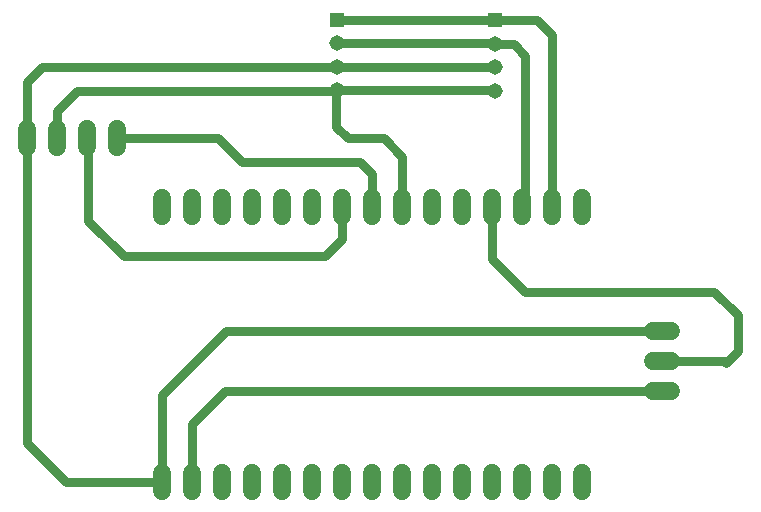
<source format=gbr>
G04 EAGLE Gerber RS-274X export*
G75*
%MOMM*%
%FSLAX34Y34*%
%LPD*%
%INTop Copper*%
%IPPOS*%
%AMOC8*
5,1,8,0,0,1.08239X$1,22.5*%
G01*
%ADD10R,1.308000X1.308000*%
%ADD11C,1.308000*%
%ADD12C,1.524000*%
%ADD13C,0.800000*%


D10*
X690800Y460500D03*
D11*
X690800Y440500D03*
X690800Y420500D03*
X690800Y400500D03*
D10*
X823810Y460000D03*
D11*
X823810Y440000D03*
X823810Y420000D03*
X823810Y400000D03*
D12*
X898250Y76820D02*
X898250Y61580D01*
X872850Y61580D02*
X872850Y76820D01*
X847450Y76820D02*
X847450Y61580D01*
X822050Y61580D02*
X822050Y76820D01*
X796650Y76820D02*
X796650Y61580D01*
X771250Y61580D02*
X771250Y76820D01*
X745850Y76820D02*
X745850Y61580D01*
X720450Y61580D02*
X720450Y76820D01*
X695050Y76820D02*
X695050Y61580D01*
X669650Y61580D02*
X669650Y76820D01*
X644250Y76820D02*
X644250Y61580D01*
X618850Y61580D02*
X618850Y76820D01*
X593450Y76820D02*
X593450Y61580D01*
X568050Y61580D02*
X568050Y76820D01*
X542650Y76820D02*
X542650Y61580D01*
X898000Y294580D02*
X898000Y309820D01*
X872600Y309820D02*
X872600Y294580D01*
X847200Y294580D02*
X847200Y309820D01*
X821800Y309820D02*
X821800Y294580D01*
X796400Y294580D02*
X796400Y309820D01*
X771000Y309820D02*
X771000Y294580D01*
X745600Y294580D02*
X745600Y309820D01*
X720200Y309820D02*
X720200Y294580D01*
X694800Y294580D02*
X694800Y309820D01*
X669400Y309820D02*
X669400Y294580D01*
X644000Y294580D02*
X644000Y309820D01*
X618600Y309820D02*
X618600Y294580D01*
X593200Y294580D02*
X593200Y309820D01*
X567800Y309820D02*
X567800Y294580D01*
X542400Y294580D02*
X542400Y309820D01*
X958390Y196590D02*
X973630Y196590D01*
X973630Y171190D02*
X958390Y171190D01*
X958390Y145790D02*
X973630Y145790D01*
X504290Y352380D02*
X504290Y367620D01*
X478890Y367620D02*
X478890Y352380D01*
X453490Y352380D02*
X453490Y367620D01*
X428090Y367620D02*
X428090Y352380D01*
D13*
X821800Y302200D02*
X821800Y258200D01*
X850000Y230000D01*
X1010000Y230000D01*
X1030000Y210000D01*
X1030000Y180000D01*
X1025000Y175000D01*
X1021190Y171190D02*
X1020000Y170000D01*
X1021190Y171190D02*
X1025000Y175000D01*
X1021190Y171190D02*
X966010Y171190D01*
X823310Y440500D02*
X690800Y440500D01*
X823310Y440500D02*
X823810Y440000D01*
X840000Y440000D01*
X850000Y430000D01*
X850000Y305000D01*
X847200Y302200D01*
X720200Y302200D02*
X720200Y329800D01*
X710000Y340000D01*
X610000Y340000D01*
X590000Y360000D01*
X504290Y360000D01*
X694800Y302200D02*
X694800Y274800D01*
X680000Y260000D02*
X510000Y260000D01*
X680000Y260000D02*
X694800Y274800D01*
X480000Y358890D02*
X478890Y360000D01*
X480000Y358890D02*
X480000Y290000D01*
X510000Y260000D01*
X690800Y420500D02*
X823310Y420500D01*
X823810Y420000D01*
X428090Y408090D02*
X428090Y360000D01*
X440500Y420500D02*
X690800Y420500D01*
X440500Y420500D02*
X428090Y408090D01*
X428090Y360000D02*
X428090Y101910D01*
X460800Y69200D02*
X542650Y69200D01*
X460800Y69200D02*
X428090Y101910D01*
X542650Y69200D02*
X542650Y142650D01*
X596590Y196590D02*
X966010Y196590D01*
X596590Y196590D02*
X542650Y142650D01*
X570000Y71150D02*
X568050Y69200D01*
X595790Y145790D02*
X966010Y145790D01*
X568050Y118050D02*
X568050Y69200D01*
X568050Y118050D02*
X595790Y145790D01*
X690800Y400500D02*
X823310Y400500D01*
X823810Y400000D01*
X745600Y344400D02*
X745600Y302200D01*
X745600Y344400D02*
X730000Y360000D01*
X700000Y360000D02*
X690000Y370000D01*
X690000Y399700D01*
X690150Y399850D01*
X690800Y400500D01*
X700000Y360000D02*
X730000Y360000D01*
X453490Y360000D02*
X453490Y383490D01*
X470000Y400000D01*
X690000Y400000D01*
X690150Y399850D01*
X690800Y460500D02*
X823310Y460500D01*
X823810Y460000D01*
X860000Y460000D01*
X872600Y447400D02*
X872600Y302200D01*
X872600Y447400D02*
X860000Y460000D01*
M02*

</source>
